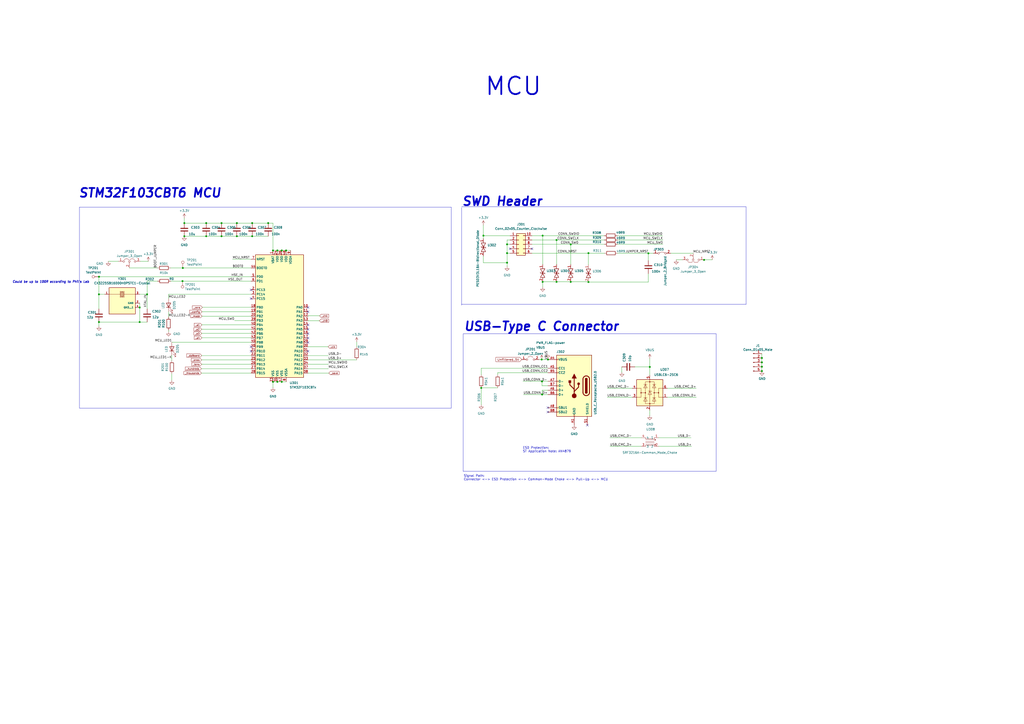
<source format=kicad_sch>
(kicad_sch (version 20230121) (generator eeschema)
  (paper "A2")
  (junction (at 85.3288 170.7278))
  (junction (at 158.3538 221.488))
  (junction (at 279.146 225.0186))
  (junction (at 57.4291 160.528))
  (junction (at 105.8712 163.068))
  (junction (at 314.7784 163.5044))
  (junction (at 314.7784 136.682))
  (junction (at 294.144 152.3932))
  (junction (at 57.3888 170.7278))
  (junction (at 322.8444 163.5044))
  (junction (at 314.214 208.534))
  (junction (at 341.3414 163.606))
  (junction (at 128.5088 129.413))
  (junction (at 163.4338 145.288))
  (junction (at 81.0226 178.3478))
  (junction (at 160.8938 145.288))
  (junction (at 376.1173 146.939))
  (junction (at 314.4909 228.854))
  (junction (at 331.0669 163.5044))
  (junction (at 317.8556 208.534))
  (junction (at 137.3988 137.033))
  (junction (at 294.144 146.8491))
  (junction (at 441.96 210.185))
  (junction (at 280.416 136.682))
  (junction (at 314.413 221.234))
  (junction (at 106.9188 129.413))
  (junction (at 158.3538 145.288))
  (junction (at 160.8938 221.488))
  (junction (at 106.05 155.448))
  (junction (at 57.3888 186.817))
  (junction (at 331.0669 141.762))
  (junction (at 146.2888 137.033))
  (junction (at 165.9738 145.288))
  (junction (at 128.5088 137.033))
  (junction (at 441.96 207.645))
  (junction (at 81.0226 186.817))
  (junction (at 163.4338 221.488))
  (junction (at 341.3414 146.842))
  (junction (at 441.96 215.265))
  (junction (at 106.9188 137.033))
  (junction (at 155.575 129.413))
  (junction (at 137.3988 129.413))
  (junction (at 322.8444 139.222))
  (junction (at 146.2888 129.413))
  (junction (at 119.6188 129.413))
  (junction (at 441.96 212.725))
  (junction (at 119.6188 137.033))
  (junction (at 294.144 141.7185))
  (junction (at 376.936 212.852))
  (junction (at 408.432 150.749))
  (no_connect (at 145.6538 173.228))
  (no_connect (at 178.6738 196.088))
  (no_connect (at 178.6738 180.848))
  (no_connect (at 145.6538 168.148))
  (no_connect (at 340.7156 246.634))
  (no_connect (at 317.8556 239.014))
  (no_connect (at 145.6538 201.168))
  (no_connect (at 308.5846 144.302))
  (no_connect (at 178.6738 178.308))
  (no_connect (at 178.6738 193.548))
  (no_connect (at 145.6538 203.708))
  (no_connect (at 178.6738 203.708))
  (no_connect (at 317.8556 236.474))
  (no_connect (at 178.6738 188.468))
  (no_connect (at 295.8846 144.302))
  (no_connect (at 178.6738 191.008))
  (no_connect (at 178.6738 198.628))
  (wire (pts (xy 116.84 213.868) (xy 145.6538 213.868)))
  (wire (pts (xy 57.3888 179.197) (xy 57.3888 170.7278)))
  (wire (pts (xy 352.2285 230.378) (xy 366.776 230.378)))
  (wire (pts (xy 387.096 225.298) (xy 403.8538 225.298)))
  (wire (pts (xy 353.8313 258.953) (xy 371.928 258.953)))
  (wire (pts (xy 392.2776 150.7236) (xy 395.732 150.7236)))
  (wire (pts (xy 158.3538 221.488) (xy 160.8938 221.488)))
  (wire (pts (xy 163.4338 145.288) (xy 165.9738 145.288)))
  (wire (pts (xy 91.2978 155.448) (xy 75.057 155.448)))
  (wire (pts (xy 190.4594 211.328) (xy 190.4594 211.2518)))
  (wire (pts (xy 441.96 210.185) (xy 441.96 212.725)))
  (wire (pts (xy 117.094 195.961) (xy 145.6538 195.961)))
  (wire (pts (xy 295.8846 141.7185) (xy 295.8846 141.762)))
  (polyline (pts (xy 415.3916 193.5988) (xy 268.6304 193.5988)))
  (wire (pts (xy 85.3288 170.7278) (xy 85.3288 179.197)))
  (wire (pts (xy 99.695 209.169) (xy 99.695 206.121)))
  (wire (pts (xy 98.9178 155.448) (xy 106.05 155.448)))
  (wire (pts (xy 294.144 146.8491) (xy 294.144 152.3932)))
  (wire (pts (xy 116.967 208.788) (xy 145.6538 208.788)))
  (wire (pts (xy 117.1885 183.388) (xy 145.6538 183.388)))
  (wire (pts (xy 105.8712 163.068) (xy 145.6538 163.068)))
  (wire (pts (xy 314.413 223.774) (xy 314.413 221.234)))
  (wire (pts (xy 178.6738 211.328) (xy 190.4594 211.328)))
  (polyline (pts (xy 261.7514 120.142) (xy 46.1054 120.142)))
  (wire (pts (xy 145.6538 198.501) (xy 145.6538 198.628)))
  (wire (pts (xy 376.1173 146.939) (xy 376.1173 151.1217)))
  (wire (pts (xy 178.6738 201.168) (xy 190.373 201.168)))
  (wire (pts (xy 441.96 207.645) (xy 441.96 210.185)))
  (wire (pts (xy 294.144 141.7185) (xy 294.144 146.8491)))
  (wire (pts (xy 395.732 150.7236) (xy 395.732 150.749)))
  (wire (pts (xy 99.695 220.599) (xy 99.695 216.789)))
  (wire (pts (xy 165.9738 145.288) (xy 168.5138 145.288)))
  (wire (pts (xy 308.5846 141.762) (xy 331.0669 141.762)))
  (wire (pts (xy 185.293 186.055) (xy 178.6738 186.055)))
  (wire (pts (xy 341.3414 163.5044) (xy 341.3414 163.606)))
  (wire (pts (xy 295.8846 139.222) (xy 294.144 139.222)))
  (wire (pts (xy 97.79 192.4403) (xy 97.79 191.516)))
  (wire (pts (xy 331.0669 141.762) (xy 350.5333 141.762)))
  (wire (pts (xy 57.3888 160.528) (xy 57.4291 160.528)))
  (wire (pts (xy 106.05 155.448) (xy 145.6538 155.448)))
  (wire (pts (xy 146.2888 137.033) (xy 155.575 137.033)))
  (wire (pts (xy 280.416 152.3932) (xy 294.144 152.3932)))
  (wire (pts (xy 85.3288 163.068) (xy 85.3288 170.7278)))
  (wire (pts (xy 376.936 212.852) (xy 376.936 217.678)))
  (polyline (pts (xy 261.7514 236.728) (xy 261.7514 120.142)))
  (wire (pts (xy 312.7772 208.534) (xy 314.214 208.534)))
  (wire (pts (xy 314.4909 226.314) (xy 314.4909 228.854)))
  (wire (pts (xy 85.3288 170.7278) (xy 81.0226 170.7278)))
  (wire (pts (xy 382.088 253.873) (xy 400.8814 253.873)))
  (wire (pts (xy 288.6836 217.3986) (xy 288.6836 216.154)))
  (wire (pts (xy 117.3928 178.308) (xy 145.6538 178.308)))
  (wire (pts (xy 146.2888 129.413) (xy 155.575 129.413)))
  (wire (pts (xy 331.0669 163.5044) (xy 341.3414 163.5044)))
  (wire (pts (xy 295.8846 146.8491) (xy 295.8846 146.842)))
  (wire (pts (xy 317.8556 223.774) (xy 314.413 223.774)))
  (polyline (pts (xy 432.7652 176.5808) (xy 267.7414 176.5808)))
  (wire (pts (xy 352.2079 225.298) (xy 366.776 225.298)))
  (wire (pts (xy 178.6738 206.248) (xy 190.4391 206.248)))
  (wire (pts (xy 376.936 237.998) (xy 376.936 241.046)))
  (wire (pts (xy 368.3 212.852) (xy 376.936 212.852)))
  (wire (pts (xy 178.6738 183.2269) (xy 178.6738 183.388)))
  (wire (pts (xy 158.3538 145.288) (xy 160.8938 145.288)))
  (wire (pts (xy 117.1795 180.848) (xy 145.6538 180.848)))
  (wire (pts (xy 279.146 217.3986) (xy 279.146 213.614)))
  (wire (pts (xy 408.432 150.749) (xy 408.432 150.7744)))
  (wire (pts (xy 178.6738 186.055) (xy 178.6738 185.928)))
  (wire (pts (xy 97.79 183.896) (xy 97.79 180.848)))
  (wire (pts (xy 378.968 146.939) (xy 376.1173 146.939)))
  (wire (pts (xy 116.967 206.248) (xy 145.6538 206.248)))
  (wire (pts (xy 163.4338 221.488) (xy 165.9738 221.488)))
  (wire (pts (xy 360.68 212.852) (xy 360.68 215.8444)))
  (wire (pts (xy 136.017 185.928) (xy 145.6538 185.928)))
  (wire (pts (xy 280.416 148.5438) (xy 280.416 152.3932)))
  (wire (pts (xy 106.9188 137.033) (xy 119.6188 137.033)))
  (wire (pts (xy 91.4125 163.068) (xy 85.3288 163.068)))
  (wire (pts (xy 303.5853 228.854) (xy 314.4909 228.854)))
  (wire (pts (xy 116.967 191.008) (xy 145.6538 191.008)))
  (wire (pts (xy 441.96 212.725) (xy 441.96 215.265)))
  (wire (pts (xy 413.2072 150.749) (xy 408.432 150.749)))
  (wire (pts (xy 382.088 258.953) (xy 401.193 258.953)))
  (wire (pts (xy 128.5088 137.033) (xy 137.3988 137.033)))
  (wire (pts (xy 160.8938 145.288) (xy 163.4338 145.288)))
  (wire (pts (xy 137.3988 129.413) (xy 146.2888 129.413)))
  (wire (pts (xy 97.79 170.688) (xy 97.79 173.228)))
  (wire (pts (xy 314.7784 136.682) (xy 350.4554 136.682)))
  (wire (pts (xy 341.3414 146.842) (xy 341.3414 153.5093)))
  (wire (pts (xy 57.3888 186.817) (xy 57.3888 189.1549)))
  (wire (pts (xy 134.8588 150.368) (xy 145.6538 150.368)))
  (wire (pts (xy 81.0226 186.817) (xy 85.3288 186.817)))
  (wire (pts (xy 331.0669 141.762) (xy 331.0669 153.3444)))
  (polyline (pts (xy 268.6304 273.3802) (xy 415.3916 273.3802)))
  (polyline (pts (xy 268.6304 193.8274) (xy 268.6304 273.3802)))
  (wire (pts (xy 119.6188 129.413) (xy 128.5088 129.413)))
  (wire (pts (xy 280.416 136.682) (xy 280.416 138.3838)))
  (wire (pts (xy 81.407 151.638) (xy 86.0552 151.638)))
  (wire (pts (xy 322.8444 163.5044) (xy 331.0669 163.5044)))
  (wire (pts (xy 178.6738 213.868) (xy 190.4594 213.868)))
  (wire (pts (xy 314.7784 136.682) (xy 314.7784 153.3444)))
  (wire (pts (xy 137.3988 137.033) (xy 146.2888 137.033)))
  (polyline (pts (xy 267.7414 177.068) (xy 267.7414 120.426)))
  (wire (pts (xy 322.8444 139.222) (xy 350.5333 139.222)))
  (wire (pts (xy 128.5088 129.413) (xy 137.3988 129.413)))
  (wire (pts (xy 353.7534 253.873) (xy 371.928 253.873)))
  (wire (pts (xy 294.144 146.8491) (xy 295.8846 146.8491)))
  (wire (pts (xy 119.6188 137.033) (xy 128.5088 137.033)))
  (wire (pts (xy 314.413 221.234) (xy 317.8556 221.234)))
  (wire (pts (xy 116.967 193.421) (xy 145.6538 193.421)))
  (wire (pts (xy 99.695 198.501) (xy 145.6538 198.501)))
  (wire (pts (xy 280.416 130.556) (xy 280.416 136.682)))
  (polyline (pts (xy 46.1054 236.728) (xy 261.7514 236.728)))
  (wire (pts (xy 279.146 213.614) (xy 317.8556 213.614)))
  (polyline (pts (xy 46.1054 120.142) (xy 46.1054 236.728)))
  (wire (pts (xy 206.883 198.3127) (xy 206.883 201.168)))
  (wire (pts (xy 57.4291 160.528) (xy 145.6538 160.528)))
  (wire (pts (xy 117.094 188.468) (xy 145.6538 188.468)))
  (wire (pts (xy 178.6738 216.408) (xy 190.754 216.408)))
  (wire (pts (xy 358.2312 146.842) (xy 376.1173 146.842)))
  (wire (pts (xy 322.8444 139.222) (xy 322.8444 153.3444)))
  (wire (pts (xy 294.144 152.3932) (xy 294.144 154.5552)))
  (wire (pts (xy 389.128 146.939) (xy 402.082 146.939)))
  (wire (pts (xy 279.146 225.0186) (xy 279.146 234.7994)))
  (wire (pts (xy 145.6538 195.961) (xy 145.6538 196.088)))
  (wire (pts (xy 294.144 141.7185) (xy 295.8846 141.7185)))
  (wire (pts (xy 106.9188 126.5176) (xy 106.9188 129.413)))
  (wire (pts (xy 308.5846 136.682) (xy 314.7784 136.682)))
  (wire (pts (xy 314.4909 228.854) (xy 317.8556 228.854)))
  (wire (pts (xy 116.967 211.328) (xy 145.6538 211.328)))
  (wire (pts (xy 81.0226 175.8078) (xy 81.0226 178.3478)))
  (wire (pts (xy 116.84 216.408) (xy 145.6538 216.408)))
  (wire (pts (xy 57.3888 170.7278) (xy 57.3888 160.528)))
  (wire (pts (xy 97.79 170.688) (xy 145.6538 170.688)))
  (wire (pts (xy 81.0226 178.3478) (xy 81.0226 186.817)))
  (wire (pts (xy 376.1173 146.842) (xy 376.1173 146.939)))
  (wire (pts (xy 57.3888 170.7278) (xy 60.7026 170.7278)))
  (wire (pts (xy 308.5846 146.842) (xy 341.3414 146.842)))
  (wire (pts (xy 358.1533 141.762) (xy 384.565 141.762)))
  (wire (pts (xy 106.9188 129.413) (xy 119.6188 129.413)))
  (wire (pts (xy 160.8938 221.488) (xy 163.4338 221.488)))
  (wire (pts (xy 57.3888 186.817) (xy 81.0226 186.817)))
  (wire (pts (xy 376.936 208.026) (xy 376.936 212.852)))
  (wire (pts (xy 99.0325 163.068) (xy 105.8712 163.068)))
  (wire (pts (xy 279.146 225.0186) (xy 288.6836 225.0186)))
  (wire (pts (xy 314.7784 163.5044) (xy 322.8444 163.5044)))
  (wire (pts (xy 341.3414 163.606) (xy 376.1173 163.606)))
  (wire (pts (xy 441.96 205.105) (xy 441.96 207.645)))
  (wire (pts (xy 57.3888 189.1549) (xy 57.4022 189.1549)))
  (wire (pts (xy 62.8396 151.638) (xy 68.707 151.638)))
  (wire (pts (xy 317.8556 226.314) (xy 314.4909 226.314)))
  (wire (pts (xy 341.3414 163.606) (xy 341.3414 163.6693)))
  (wire (pts (xy 158.3538 129.413) (xy 158.3538 145.288)))
  (wire (pts (xy 178.6738 208.788) (xy 206.883 208.788)))
  (wire (pts (xy 288.6836 216.154) (xy 317.8556 216.154)))
  (polyline (pts (xy 432.7652 119.9388) (xy 432.7652 176.5808)))
  (wire (pts (xy 155.575 129.413) (xy 158.3538 129.413)))
  (wire (pts (xy 308.5846 139.222) (xy 322.8444 139.222)))
  (wire (pts (xy 358.1533 139.222) (xy 384.5814 139.222)))
  (wire (pts (xy 360.68 215.8444) (xy 360.7627 215.8444)))
  (wire (pts (xy 185.4152 183.2269) (xy 178.6738 183.2269)))
  (wire (pts (xy 376.1173 163.606) (xy 376.1173 158.7417)))
  (wire (pts (xy 387.096 230.378) (xy 403.9156 230.378)))
  (wire (pts (xy 314.214 208.534) (xy 317.8556 208.534)))
  (wire (pts (xy 295.8846 136.682) (xy 280.416 136.682)))
  (wire (pts (xy 190.4594 213.868) (xy 190.4594 213.8426)))
  (wire (pts (xy 358.0754 136.682) (xy 384.3274 136.682)))
  (wire (pts (xy 303.3516 221.234) (xy 314.413 221.234)))
  (polyline (pts (xy 267.7414 119.9388) (xy 432.7652 119.9388)))
  (polyline (pts (xy 415.3916 273.3802) (xy 415.3916 193.5988)))
  (wire (pts (xy 341.3414 146.842) (xy 350.6112 146.842)))
  (wire (pts (xy 158.3538 221.488) (xy 158.3538 224.8235)))
  (wire (pts (xy 294.144 139.222) (xy 294.144 141.7185)))
  (wire (pts (xy 314.7784 163.5044) (xy 314.7784 166.5075)))
  (wire (pts (xy 145.6538 193.421) (xy 145.6538 193.548)))
  (text "SWD Header" (at 267.7414 119.918 0) (effects (font (size 5.08 5.08) (thickness 1.016) bold italic) (justify left bottom)))
  (text "Signal Path:\nConnector <-> ESD Protection <-> Common-Mode Choke <-> Pull-Up <-> MCU" (at 269.0114 278.9428 0) (effects (font (size 1.27 1.27)) (justify left bottom)))
  (text "USB-Type C Connector" (at 268.8082 192.4558 0) (effects (font (size 5.08 5.08) (thickness 1.016) bold italic) (justify left bottom)))
  (text "ESD Protection:\nST Application Note: AN4879" (at 303.276 262.6868 0) (effects (font (size 1.27 1.27)) (justify left bottom)))
  (text "Could be up to 100R according to Phil's Lab" (at 51.816 164.338 0) (effects (font (size 1.27 1.27) bold italic) (justify right bottom)))
  (text "STM32F103CBT6 MCU" (at 45.3238 115.062 0) (effects (font (size 5.08 5.08) (thickness 1.016) bold italic) (justify left bottom)))
  (text "MCU" (at 280.924 56.134 0) (effects (font (size 10.16 10.16) (thickness 1.016) bold) (justify left bottom)))
  (label "USB_CMC_D+" (at 403.8538 225.298 180))
  (label "MCU_SWCLK" (at 384.5814 139.222 180))
  (label "HSE_OUT" (at 140.713 163.068 180))
  (label "USB_CONN_CC2" (at 317.8556 216.154 180))
  (label "MCU_NRST" (at 134.8588 150.368 0))
  (label "USB_D+" (at 401.193 258.953 180))
  (label "USB_CONN_D+" (at 303.5853 228.854 0))
  (label "CONN_SWCLK" (at 335.9065 139.222 180))
  (label "MCU_SWO" (at 384.565 141.762 180))
  (label "HSE_IN" (at 140.9565 160.528 180))
  (label "MCU_SWDIO" (at 384.3274 136.682 180))
  (label "USB_CONN_D-" (at 303.3516 221.234 0))
  (label "USB_CONN_CC1" (at 317.8556 213.614 180))
  (label "USB_CONN_D+" (at 403.9156 230.378 180))
  (label "USB_CMC_D-" (at 352.2079 225.298 0))
  (label "MCU_LED1-K" (at 99.695 208.2209 180))
  (label "JUMPER_NRST" (at 376.1173 146.842 180))
  (label "MCU_LED2-K" (at 97.79 183.896 0))
  (label "USB_CONN_D-" (at 352.2285 230.378 0))
  (label "BOOT_JUMPER" (at 91.1055 155.448 90))
  (label "MCU_LED2" (at 97.79 173.101 0))
  (label "USB_D+" (at 190.3848 208.788 0))
  (label "CONN_SWDIO" (at 336.0075 136.682 180))
  (label "BOOT0" (at 134.8588 155.448 0))
  (label "MCU_NRST" (at 402.082 146.939 0))
  (label "XTAL_IN" (at 85.3288 170.8958 270))
  (label "CONN_NRST" (at 334.5938 146.842 180))
  (label "MCU_LED1" (at 99.695 198.501 180))
  (label "MCU_SWDIO" (at 190.4594 211.2518 0))
  (label "MCU_SWO" (at 136.017 185.928 180))
  (label "VBUS" (at 317.8556 208.534 90))
  (label "USB_D-" (at 400.8814 253.873 180))
  (label "CONN_SWO" (at 335.6036 141.762 180))
  (label "USB_CMC_D+" (at 353.8313 258.953 0))
  (label "USB_CMC_D-" (at 353.7534 253.873 0))
  (label "USB_D-" (at 190.4391 206.248 0))
  (label "MCU_SWCLK" (at 190.4594 213.8426 0))
  (global_label "_chA" (shape input) (at 185.4152 183.2269 0) (effects (font (size 0.9906 0.9906))) (property "Intersheetrefs" "${INTERSHEET_REFS}" (effects hide)))
  (global_label "_ones" (shape input) (at 116.967 208.788 180) (effects (font (size 0.9906 0.9906))) (property "Intersheetrefs" "${INTERSHEET_REFS}" (effects hide)))
  (global_label "_a1" (shape input) (at 117.094 188.468 180) (effects (font (size 0.9906 0.9906))) (property "Intersheetrefs" "${INTERSHEET_REFS}" (effects hide)))
  (global_label "_a2" (shape input) (at 116.967 191.008 180) (effects (font (size 0.9906 0.9906))) (property "Intersheetrefs" "${INTERSHEET_REFS}" (effects hide)))
  (global_label "Unfiltered_5V" (shape input) (at 302.6172 208.534 180) (property "Intersheetrefs" "${INTERSHEET_REFS}" (effects hide)))
  (global_label "_zero" (shape input) (at 117.3928 178.308 180) (effects (font (size 0.9906 0.9906))) (property "Intersheetrefs" "${INTERSHEET_REFS}" (effects hide)))
  (global_label "_dpBoard" (shape input) (at 116.967 206.248 180) (effects (font (size 0.9906 0.9906))) (property "Intersheetrefs" "${INTERSHEET_REFS}" (effects hide)))
  (global_label "_hundreds" (shape input) (at 116.84 213.868 180) (effects (font (size 0.9906 0.9906))) (property "Intersheetrefs" "${INTERSHEET_REFS}" (effects hide)))
  (global_label "_thousands" (shape input) (at 116.84 216.408 180) (effects (font (size 0.9906 0.9906))) (property "Intersheetrefs" "${INTERSHEET_REFS}" (effects hide)))
  (global_label "_clk" (shape input) (at 190.373 201.168 0) (effects (font (size 0.9906 0.9906))) (property "Intersheetrefs" "${INTERSHEET_REFS}" (effects hide)))
  (global_label "_tens" (shape input) (at 116.967 211.328 180) (effects (font (size 0.9906 0.9906))) (property "Intersheetrefs" "${INTERSHEET_REFS}" (effects hide)))
  (global_label "_save" (shape input) (at 190.754 216.408 0) (effects (font (size 0.9906 0.9906))) (property "Intersheetrefs" "${INTERSHEET_REFS}" (effects hide)))
  (global_label "_a3" (shape input) (at 116.967 193.421 180) (effects (font (size 0.9906 0.9906))) (property "Intersheetrefs" "${INTERSHEET_REFS}" (effects hide)))
  (global_label "_config" (shape input) (at 117.1795 180.848 180) (effects (font (size 0.9906 0.9906))) (property "Intersheetrefs" "${INTERSHEET_REFS}" (effects hide)))
  (global_label "_mode" (shape input) (at 117.1885 183.388 180) (effects (font (size 0.9906 0.9906))) (property "Intersheetrefs" "${INTERSHEET_REFS}" (effects hide)))
  (global_label "_chB" (shape input) (at 185.293 186.055 0) (effects (font (size 0.9906 0.9906))) (property "Intersheetrefs" "${INTERSHEET_REFS}" (effects hide)))
  (global_label "_a4" (shape input) (at 117.094 195.961 180) (effects (font (size 0.9906 0.9906))) (property "Intersheetrefs" "${INTERSHEET_REFS}" (effects hide)))
  (symbol (lib_id "Power_Protection:USBLC6-2SC6") (at 376.936 227.838 0) (mirror y) (unit 1)
    (property "Reference" "U307" (at 388.112 214.376 0) (effects (justify left)))
    (property "Value" "USBLC6-2SC6" (at 393.446 217.3732 0) (effects (justify left)))
    (property "Footprint" "Package_TO_SOT_SMD:SOT-23-6" (effects hide))
    (property "Datasheet" "https://www.st.com/resource/en/datasheet/usblc6-2.pdf" (effects hide))
    (property "Digi-Key_PN" "497-5235-1-ND" (effects hide))
    (property "Manufacturer_PN" "USBLC6-2SC6" (effects hide))
    (instances (project "menelaos-rev-4" (path "" (reference "U307") (unit 1))) (project "OpenCelluloid" (path "" (reference "U306") (unit 1))))
  )
  (symbol (lib_id "power:GND") (at 294.144 154.5552 0) (unit 1)
    (property "Reference" "#PWR0312" (effects hide))
    (property "Value" "GND" (at 294.144 159.6352 0))
    (instances (project "menelaos-rev-4" (path "" (reference "#PWR0312") (unit 1))) (project "OpenCelluloid" (path "" (reference "#PWR0303") (unit 1))))
  )
  (symbol (lib_id "privateParts:PESD3V3L1BA-Bidirectional_Diode") (at 322.8444 158.4244 270) (unit 1)
    (property "Reference" "U304" (at 325.1558 157.1543 90) (effects (justify left)))
    (property "Value" "PESD3V3L1BA-Bidirectional_Diode" (effects hide))
    (property "Footprint" "Diode_SMD:D_SOD-323" (effects hide))
    (property "Datasheet" "https://assets.nexperia.com/documents/data-sheet/PESDXL1BA_SER.pdf" (effects hide))
    (property "Manufacturer_PN" "PESD3V3L1BA,115" (effects hide))
    (property "Digi-Key_PN" "1727-3825-1-ND" (effects hide))
    (instances (project "menelaos-rev-4" (path "" (reference "U304") (unit 1))) (project "OpenCelluloid" (path "" (reference "U303") (unit 1))))
  )
  (symbol (lib_id "power:GND") (at 97.79 192.4403 0) (unit 1)
    (property "Reference" "#PWR0204" (effects hide))
    (property "Value" "GND" (at 100.457 193.7103 0) (effects (justify left)))
    (instances (project "menelaos-rev-4" (path "" (reference "#PWR0204") (unit 1)) (path "" (reference "#PWR0225") (unit 1)) (path "" (reference "#PWR0309") (unit 1))) (project "JL" (path "" (reference "#PWR0204") (unit 1))))
  )
  (symbol (lib_id "power:+3.3V") (at 413.2072 150.749 0) (unit 1)
    (property "Reference" "#PWR025" (effects hide))
    (property "Value" "+3.3V" (at 413.2072 146.431 0))
    (instances (project "menelaos-rev-4" (path "" (reference "#PWR025") (unit 1)) (path "" (reference "#PWR0320") (unit 1))))
  )
  (symbol (lib_id "power:GND") (at 62.8396 151.638 0) (mirror y) (unit 1)
    (property "Reference" "#PWR0302" (effects hide))
    (property "Value" "GND" (at 59.8932 152.908 0) (effects (justify left)))
    (instances (project "menelaos-rev-4" (path "" (reference "#PWR0302") (unit 1))) (project "OpenCelluloid" (path "" (reference "#PWR0310") (unit 1))))
  )
  (symbol (lib_id "Device:R") (at 95.2225 163.068 270) (unit 1)
    (property "Reference" "R302" (at 86.8528 161.925 90))
    (property "Value" "R0" (at 99.5528 161.798 90))
    (property "Footprint" "Resistor_SMD:R_1206_3216Metric_Pad1.30x1.75mm_HandSolder" (effects hide))
    (property "Digi-Key_PN" "RMCF1206ZT0R00CT-ND" (effects hide))
    (property "Manufacturer_PN" "RMCF1206ZT0R00" (effects hide))
    (instances (project "menelaos-rev-4" (path "" (reference "R302") (unit 1))) (project "OpenCelluloid" (path "" (reference "R309") (unit 1))))
  )
  (symbol (lib_id "privateParts:PESD3V3L1BA-Bidirectional_Diode") (at 314.7784 158.4244 270) (unit 1)
    (property "Reference" "U303" (at 317.0898 157.1543 90) (effects (justify left)))
    (property "Value" "PESD3V3L1BA-Bidirectional_Diode" (effects hide))
    (property "Footprint" "Diode_SMD:D_SOD-323" (effects hide))
    (property "Datasheet" "https://assets.nexperia.com/documents/data-sheet/PESDXL1BA_SER.pdf" (effects hide))
    (property "Manufacturer_PN" "PESD3V3L1BA,115" (effects hide))
    (property "Digi-Key_PN" "1727-3825-1-ND" (effects hide))
    (instances (project "menelaos-rev-4" (path "" (reference "U303") (unit 1))) (project "OpenCelluloid" (path "" (reference "U302") (unit 1))))
  )
  (symbol (lib_id "power:+3.3V") (at 106.9188 126.5176 0) (unit 1)
    (property "Reference" "#PWR025" (effects hide))
    (property "Value" "+3.3V" (at 106.9188 122.1996 0))
    (instances (project "menelaos-rev-4" (path "" (reference "#PWR025") (unit 1)) (path "" (reference "#PWR0305") (unit 1))))
  )
  (symbol (lib_id "Connector:USB_C_Receptacle_USB2.0") (at 333.0956 223.774 0) (mirror y) (unit 1)
    (property "Reference" "J302" (at 322.7578 204.0382 0) (effects (justify right)))
    (property "Value" "USB_C_Receptacle_USB2.0" (at 345.2876 215.1126 90) (effects (justify right)))
    (property "Footprint" "Connector_USB:USB_C_Receptacle_Molex_105450-0101" (effects hide))
    (property "Datasheet" "https://www.usb.org/sites/default/files/documents/usb_type-c.zip" (effects hide))
    (property "Digi-Key_PN" "WM12856TR-ND" (effects hide))
    (property "Manufacturer_PN" "2137160001" (effects hide))
  )
  (symbol (lib_id "power:GND") (at 441.96 215.265 0) (unit 1)
    (property "Reference" "#PWR0321" (effects hide))
    (property "Value" "GND" (at 442.087 219.6592 0))
    (instances (project "menelaos-rev-4" (path "" (reference "#PWR0321") (unit 1))) (project "menelaos-v2" (path "" (reference "#PWR014") (unit 1))))
  )
  (symbol (lib_id "power:GND") (at 106.9188 137.033 0) (unit 1)
    (property "Reference" "#PWR0306" (effects hide))
    (property "Value" "GND" (at 106.9188 142.113 0))
    (instances (project "menelaos-rev-4" (path "" (reference "#PWR0306") (unit 1))) (project "OpenCelluloid" (path "" (reference "#PWR0313") (unit 1))))
  )
  (symbol (lib_id "privateParts:PESD3V3L1BA-Bidirectional_Diode") (at 280.416 143.4638 270) (unit 1)
    (property "Reference" "U302" (at 282.7274 142.1937 90) (effects (justify left)))
    (property "Value" "PESD3V3L1BA-Bidirectional_Diode" (at 277.1394 133.38 0) (effects (justify left)))
    (property "Footprint" "Diode_SMD:D_SOD-323" (effects hide))
    (property "Datasheet" "https://assets.nexperia.com/documents/data-sheet/PESDXL1BA_SER.pdf" (effects hide))
    (property "Manufacturer_PN" "PESD3V3L1BA,115" (effects hide))
    (property "Digi-Key_PN" "1727-3825-1-ND" (effects hide))
    (instances (project "menelaos-rev-4" (path "" (reference "U302") (unit 1))) (project "OpenCelluloid" (path "" (reference "U301") (unit 1))))
  )
  (symbol (lib_id "Device:C") (at 106.9188 133.223 0) (unit 1)
    (property "Reference" "C303" (at 110.7288 131.9529 0) (effects (justify left)))
    (property "Value" "10u" (at 109.4588 135.763 0) (effects (justify left)))
    (property "Footprint" "Capacitor_SMD:C_1206_3216Metric_Pad1.33x1.80mm_HandSolder" (effects hide))
    (property "Digi-Key_PN" "1276-1079-1-ND" (effects hide))
    (instances (project "menelaos-rev-4" (path "" (reference "C303") (unit 1))) (project "OpenCelluloid" (path "" (reference "C305") (unit 1))))
  )
  (symbol (lib_id "Device:R") (at 99.695 212.979 0) (unit 1)
    (property "Reference" "R201" (at 94.4372 212.979 90))
    (property "Value" "R100" (at 96.7486 212.979 90))
    (property "Footprint" "Resistor_SMD:R_1206_3216Metric" (effects hide))
    (property "Digi-Key_PN" "RMCF1206ZT0R00CT-ND" (effects hide))
    (property "Manufacturer_PN" "RMCF1206ZT0R00" (effects hide))
    (instances (project "menelaos-rev-4" (path "" (reference "R201") (unit 1)) (path "" (reference "R207") (unit 1)) (path "" (reference "R303") (unit 1))) (project "JL" (path "" (reference "R201") (unit 1))))
  )
  (symbol (lib_id "Device:C") (at 128.5088 133.223 0) (unit 1)
    (property "Reference" "C305" (at 131.6838 131.9529 0) (effects (justify left)))
    (property "Value" "100n" (at 130.4138 135.763 0) (effects (justify left)))
    (property "Footprint" "Capacitor_SMD:C_0805_2012Metric_Pad1.18x1.45mm_HandSolder" (effects hide))
    (property "Digi-Key_PN" "1276-1017-1-ND" (effects hide))
    (instances (project "menelaos-rev-4" (path "" (reference "C305") (unit 1))) (project "OpenCelluloid" (path "" (reference "C307") (unit 1))))
  )
  (symbol (lib_id "Device:R") (at 279.146 221.2086 180) (unit 1)
    (property "Reference" "R306" (at 277.9014 230.4796 90))
    (property "Value" "R5k1" (at 281.9654 221.234 90))
    (property "Footprint" "Resistor_SMD:R_1206_3216Metric_Pad1.30x1.75mm_HandSolder" (effects hide))
    (property "Digi-Key_PN" "311-5.1KERCT-ND" (effects hide))
    (property "Manufacturer_PN" "RC1206JR-075K1L" (effects hide))
    (instances (project "menelaos-rev-4" (path "" (reference "R306") (unit 1))) (project "OpenCelluloid" (path "" (reference "R301") (unit 1))))
  )
  (symbol (lib_id "Device:R") (at 206.883 204.978 180) (unit 1)
    (property "Reference" "R304" (at 209.8775 201.3458 0))
    (property "Value" "R1k5" (at 211.0459 205.5622 0))
    (property "Footprint" "Resistor_SMD:R_1206_3216Metric_Pad1.30x1.75mm_HandSolder" (effects hide))
    (property "Digi-Key_PN" "311-1.5KERCT-ND" (effects hide))
    (property "Manufacturer_PN" "RC1206JR-071K5L" (effects hide))
    (instances (project "menelaos-rev-4" (path "" (reference "R304") (unit 1))) (project "OpenCelluloid" (path "" (reference "R312") (unit 1))))
  )
  (symbol (lib_id "Device:R") (at 354.3433 139.222 90) (unit 1)
    (property "Reference" "R309" (at 346.2528 137.8504 90))
    (property "Value" "49R9" (at 360.0467 138.1248 90))
    (property "Footprint" "Resistor_SMD:R_1206_3216Metric_Pad1.30x1.75mm_HandSolder" (effects hide))
    (property "Digi-Key_PN" "P49.9KBCCT-ND" (effects hide))
    (property "Manufacturer_PN" "ERA-8AEB4992V" (effects hide))
    (instances (project "menelaos-rev-4" (path "" (reference "R309") (unit 1))) (project "OpenCelluloid" (path "" (reference "R304") (unit 1))))
  )
  (symbol (lib_id "Device:LED") (at 97.79 177.038 90) (unit 1)
    (property "Reference" "D205" (at 101.092 177.038 0))
    (property "Value" "LED" (at 94.615 177.2158 0))
    (property "Footprint" "LED_SMD:LED_1206_3216Metric_Pad1.42x1.75mm_HandSolder" (effects hide))
    (property "Manufacturer_PN" "LTST-C150KSKT" (effects hide))
    (property "Digi-Key_PN" "160-1406-1-ND" (effects hide))
    (instances (project "menelaos-rev-4" (path "" (reference "D205") (unit 1)) (path "" (reference "D205") (unit 1)) (path "" (reference "D302") (unit 1))) (project "JL" (path "" (reference "D205") (unit 1))))
  )
  (symbol (lib_id "MCU_ST_STM32F1:STM32F103CBTx") (at 163.4338 183.388 0) (unit 1)
    (property "Reference" "U301" (at 167.9932 222.123 0) (effects (justify left)))
    (property "Value" "STM32F103CBTx" (at 167.9932 224.663 0) (effects (justify left)))
    (property "Footprint" "Package_QFP:LQFP-48_7x7mm_P0.5mm" (effects hide))
    (property "Datasheet" "http://www.st.com/st-web-ui/static/active/en/resource/technical/document/datasheet/CD00161566.pdf" (effects hide))
    (property "Digi-Key_PN" "497-17380-1-ND" (effects hide))
    (property "Manufacturer_PN" "STM32F103CBT6TR" (effects hide))
    (instances (project "menelaos-rev-4" (path "" (reference "U301") (unit 1))) (project "OpenCelluloid" (path "" (reference "U308") (unit 1))))
  )
  (symbol (lib_id "Connector:TestPoint") (at 106.05 155.448 0) (unit 1)
    (property "Reference" "TP201" (at 108.2344 150.876 0) (effects (justify left)))
    (property "Value" "TestPoint" (at 108.2344 153.416 0) (effects (justify left)))
    (property "Footprint" "TestPoint:TestPoint_THTPad_1.0x1.0mm_Drill0.5mm" (effects hide))
    (instances (project "menelaos-rev-4" (path "" (reference "TP201") (unit 1)) (path "" (reference "TP303") (unit 1))))
  )
  (symbol (lib_id "privateParts:PESD3V3L1BA-Bidirectional_Diode") (at 341.3414 158.5893 270) (unit 1)
    (property "Reference" "U306" (at 343.6528 157.3192 90) (effects (justify left)))
    (property "Value" "PESD3V3L1BA-Bidirectional_Diode" (effects hide))
    (property "Footprint" "Diode_SMD:D_SOD-323" (effects hide))
    (property "Datasheet" "https://assets.nexperia.com/documents/data-sheet/PESDXL1BA_SER.pdf" (effects hide))
    (property "Manufacturer_PN" "PESD3V3L1BA,115" (effects hide))
    (property "Digi-Key_PN" "1727-3825-1-ND" (effects hide))
    (instances (project "menelaos-rev-4" (path "" (reference "U306") (unit 1))) (project "OpenCelluloid" (path "" (reference "U305") (unit 1))))
  )
  (symbol (lib_id "Device:R") (at 288.6836 221.2086 180) (unit 1)
    (property "Reference" "R307" (at 287.439 230.4796 90))
    (property "Value" "R5k1" (at 291.503 221.234 90))
    (property "Footprint" "Resistor_SMD:R_1206_3216Metric_Pad1.30x1.75mm_HandSolder" (effects hide))
    (property "Digi-Key_PN" "311-5.1KERCT-ND" (effects hide))
    (property "Manufacturer_PN" "RC1206JR-075K1L" (effects hide))
    (instances (project "menelaos-rev-4" (path "" (reference "R307") (unit 1))) (project "OpenCelluloid" (path "" (reference "R302") (unit 1))))
  )
  (symbol (lib_id "privateParts:SRF3216A-Common_Mode_Choke") (at 377.008 256.413 0) (mirror y) (unit 1)
    (property "Reference" "U308" (at 377.389 248.9962 0))
    (property "Value" "SRF3216A-Common_Mode_Choke" (at 376.9826 262.5344 0))
    (property "Footprint" "privateParts:Bourns_SRF3216A" (effects hide))
    (property "Digi-Key_PN" "SRF3216A-222YCT-ND" (effects hide))
    (property "Manufacturer_PN" "SRF3216A-222Y" (effects hide))
    (instances (project "menelaos-rev-4" (path "" (reference "U308") (unit 1))) (project "OpenCelluloid" (path "" (reference "U307") (unit 1))))
  )
  (symbol (lib_id "Device:R") (at 354.3433 141.762 90) (unit 1)
    (property "Reference" "R310" (at 346.329 140.3396 90))
    (property "Value" "49R9" (at 360.0467 140.6648 90))
    (property "Footprint" "Resistor_SMD:R_1206_3216Metric_Pad1.30x1.75mm_HandSolder" (effects hide))
    (property "Digi-Key_PN" "P49.9KBCCT-ND" (effects hide))
    (property "Manufacturer_PN" "ERA-8AEB4992V" (effects hide))
    (instances (project "menelaos-rev-4" (path "" (reference "R310") (unit 1))) (project "OpenCelluloid" (path "" (reference "R305") (unit 1))))
  )
  (symbol (lib_id "power:GND") (at 279.146 234.7994 0) (unit 1)
    (property "Reference" "#PWR0310" (effects hide))
    (property "Value" "GND" (at 279.146 239.8794 0))
    (instances (project "menelaos-rev-4" (path "" (reference "#PWR0310") (unit 1))) (project "OpenCelluloid" (path "" (reference "#PWR0301") (unit 1))))
  )
  (symbol (lib_id "power:VBUS") (at 314.214 208.534 0) (unit 1)
    (property "Reference" "#PWR0313" (effects hide))
    (property "Value" "VBUS" (at 313.5884 201.5744 0))
    (instances (project "menelaos-rev-4" (path "" (reference "#PWR0313") (unit 1))) (project "OpenCelluloid" (path "" (reference "#PWR0308") (unit 1))))
  )
  (symbol (lib_id "Connector:TestPoint") (at 105.8712 163.068 180) (unit 1)
    (property "Reference" "TP201" (at 107.2936 165.1 0) (effects (justify right)))
    (property "Value" "TestPoint" (at 107.2936 167.64 0) (effects (justify right)))
    (property "Footprint" "TestPoint:TestPoint_THTPad_1.0x1.0mm_Drill0.5mm" (effects hide))
    (instances (project "menelaos-rev-4" (path "" (reference "TP201") (unit 1)) (path "" (reference "TP302") (unit 1))))
  )
  (symbol (lib_id "power:GND") (at 158.3538 224.8235 0) (unit 1)
    (property "Reference" "#PWR0307" (effects hide))
    (property "Value" "GND" (at 158.3538 229.9035 0))
    (instances (project "menelaos-rev-4" (path "" (reference "#PWR0307") (unit 1))) (project "OpenCelluloid" (path "" (reference "#PWR0314") (unit 1))))
  )
  (symbol (lib_id "power:GND") (at 99.695 220.599 0) (unit 1)
    (property "Reference" "#PWR0204" (effects hide))
    (property "Value" "GND" (at 99.695 225.3742 0))
    (instances (project "menelaos-rev-4" (path "" (reference "#PWR0204") (unit 1)) (path "" (reference "#PWR0225") (unit 1)) (path "" (reference "#PWR0304") (unit 1))) (project "JL" (path "" (reference "#PWR0204") (unit 1))))
  )
  (symbol (lib_id "Connector:TestPoint") (at 57.4291 160.528 90) (unit 1)
    (property "Reference" "TP201" (at 54.1271 155.448 90))
    (property "Value" "TestPoint" (at 54.1271 157.988 90))
    (property "Footprint" "TestPoint:TestPoint_THTPad_1.0x1.0mm_Drill0.5mm" (effects hide))
    (instances (project "menelaos-rev-4" (path "" (reference "TP201") (unit 1)) (path "" (reference "TP301") (unit 1))))
  )
  (symbol (lib_id "Device:C") (at 137.3988 133.223 0) (unit 1)
    (property "Reference" "C306" (at 140.5738 131.9529 0) (effects (justify left)))
    (property "Value" "100n" (at 138.6688 135.763 0) (effects (justify left)))
    (property "Footprint" "Capacitor_SMD:C_0805_2012Metric_Pad1.18x1.45mm_HandSolder" (effects hide))
    (property "Digi-Key_PN" "1276-1017-1-ND" (effects hide))
    (instances (project "menelaos-rev-4" (path "" (reference "C306") (unit 1))) (project "OpenCelluloid" (path "" (reference "C308") (unit 1))))
  )
  (symbol (lib_id "menelaos-v2-rescue:Conn_01x05_Male-Connector") (at 436.88 210.185 0) (unit 1)
    (property "Reference" "J1" (at 439.6232 200.5076 0))
    (property "Value" "Conn_01x05_Male" (at 439.6232 202.819 0))
    (property "Footprint" "Connector_PinHeader_2.54mm:PinHeader_1x05_P2.54mm_Vertical" (effects hide))
    (instances (project "menelaos-rev-4" (path "" (reference "J1") (unit 1)) (path "" (reference "J303") (unit 1))) (project "menelaos-v2" (path "" (reference "J1") (unit 1))))
  )
  (symbol (lib_id "menelaos-v2-rescue:PWR_FLAG-power") (at 317.8556 208.534 0) (unit 1)
    (property "Reference" "#FLG0301" (effects hide))
    (property "Value" "PWR_FLAG-power" (at 319.3796 198.882 0))
  )
  (symbol (lib_id "power:+3.3V") (at 86.0552 151.638 0) (unit 1)
    (property "Reference" "#PWR025" (effects hide))
    (property "Value" "+3.3V" (at 86.0552 147.32 0))
    (instances (project "menelaos-rev-4" (path "" (reference "#PWR025") (unit 1)) (path "" (reference "#PWR0303") (unit 1))))
  )
  (symbol (lib_id "power:GND") (at 376.936 241.046 0) (unit 1)
    (property "Reference" "#PWR0318" (effects hide))
    (property "Value" "GND" (at 376.936 246.126 0))
    (instances (project "menelaos-rev-4" (path "" (reference "#PWR0318") (unit 1))) (project "OpenCelluloid" (path "" (reference "#PWR0309") (unit 1))))
  )
  (symbol (lib_id "Jumper:Jumper_3_Open") (at 75.057 151.638 0) (unit 1)
    (property "Reference" "JP301" (at 75.057 145.8976 0))
    (property "Value" "Jumper_3_Open" (at 75.057 148.4376 0))
    (property "Footprint" "Connector_PinHeader_2.54mm:PinHeader_1x03_P2.54mm_Vertical" (effects hide))
  )
  (symbol (lib_id "Device:C") (at 155.575 133.223 0) (unit 1)
    (property "Reference" "C308" (at 158.75 131.9529 0) (effects (justify left)))
    (property "Value" "100n" (at 157.48 135.763 0) (effects (justify left)))
    (property "Footprint" "Capacitor_SMD:C_0805_2012Metric_Pad1.18x1.45mm_HandSolder" (effects hide))
    (property "Digi-Key_PN" "1276-1017-1-ND" (effects hide))
    (instances (project "menelaos-rev-4" (path "" (reference "C308") (unit 1))) (project "OpenCelluloid" (path "" (reference "C310") (unit 1))))
  )
  (symbol (lib_id "power:GND") (at 314.7784 166.5075 0) (unit 1)
    (property "Reference" "#PWR0314" (effects hide))
    (property "Value" "GND" (at 314.7784 171.5875 0))
    (instances (project "menelaos-rev-4" (path "" (reference "#PWR0314") (unit 1))) (project "OpenCelluloid" (path "" (reference "#PWR0305") (unit 1))))
  )
  (symbol (lib_id "Device:C") (at 146.2888 133.223 0) (unit 1)
    (property "Reference" "C307" (at 149.4638 131.9529 0) (effects (justify left)))
    (property "Value" "100n" (at 148.1938 135.763 0) (effects (justify left)))
    (property "Footprint" "Capacitor_SMD:C_0805_2012Metric_Pad1.18x1.45mm_HandSolder" (effects hide))
    (property "Digi-Key_PN" "1276-1017-1-ND" (effects hide))
    (instances (project "menelaos-rev-4" (path "" (reference "C307") (unit 1))) (project "OpenCelluloid" (path "" (reference "C309") (unit 1))))
  )
  (symbol (lib_id "Device:R") (at 354.2654 136.682 90) (unit 1)
    (property "Reference" "R308" (at 346.1628 135.031 90))
    (property "Value" "49R9" (at 359.955 134.9548 90))
    (property "Footprint" "Resistor_SMD:R_1206_3216Metric_Pad1.30x1.75mm_HandSolder" (effects hide))
    (property "Digi-Key_PN" "P49.9KBCCT-ND" (effects hide))
    (property "Manufacturer_PN" "ERA-8AEB4992V" (effects hide))
    (instances (project "menelaos-rev-4" (path "" (reference "R308") (unit 1))) (project "OpenCelluloid" (path "" (reference "R303") (unit 1))))
  )
  (symbol (lib_id "power:GND") (at 333.0956 246.634 0) (unit 1)
    (property "Reference" "#PWR0315" (effects hide))
    (property "Value" "GND" (at 333.0956 251.714 0))
    (instances (project "menelaos-rev-4" (path "" (reference "#PWR0315") (unit 1))) (project "OpenCelluloid" (path "" (reference "#PWR0306") (unit 1))))
  )
  (symbol (lib_id "power:GND") (at 392.2776 150.7236 0) (unit 1)
    (property "Reference" "#PWR0319" (effects hide))
    (property "Value" "GND" (at 392.2776 155.8036 0))
    (instances (project "menelaos-rev-4" (path "" (reference "#PWR0319") (unit 1))) (project "OpenCelluloid" (path "" (reference "#PWR0305") (unit 1))))
  )
  (symbol (lib_id "Jumper:Jumper_3_Open") (at 402.082 150.749 180) (unit 1)
    (property "Reference" "JP304" (at 402.082 154.94 0))
    (property "Value" "Jumper_3_Open" (at 402.082 157.48 0))
    (property "Footprint" "Connector_PinHeader_2.54mm:PinHeader_1x03_P2.54mm_Vertical" (effects hide))
  )
  (symbol (lib_id "Device:R") (at 95.1078 155.448 90) (unit 1)
    (property "Reference" "R301" (at 94.996 153.035 90))
    (property "Value" "R10k" (at 95.0824 158.2674 90))
    (property "Footprint" "Resistor_SMD:R_1206_3216Metric_Pad1.30x1.75mm_HandSolder" (effects hide))
    (property "Digi-Key_PN" "TNP10.0KACCT-ND" (effects hide))
    (property "Manufacturer_PN" "TNPW120610K0BEEA" (effects hide))
    (instances (project "menelaos-rev-4" (path "" (reference "R301") (unit 1))) (project "OpenCelluloid" (path "" (reference "R308") (unit 1))))
  )
  (symbol (lib_id "Jumper:Jumper_2_Bridged") (at 384.048 146.939 0) (unit 1)
    (property "Reference" "JP303" (at 382.016 144.653 0))
    (property "Value" "Jumper_2_Bridged" (at 385.826 157.226 90))
    (property "Footprint" "Connector_PinHeader_2.54mm:PinHeader_1x02_P2.54mm_Vertical" (effects hide))
  )
  (symbol (lib_id "Device:LED") (at 99.695 202.311 90) (unit 1)
    (property "Reference" "D205" (at 102.997 202.311 0))
    (property "Value" "LED" (at 96.52 202.4888 0))
    (property "Footprint" "LED_SMD:LED_1206_3216Metric_Pad1.42x1.75mm_HandSolder" (effects hide))
    (property "Manufacturer_PN" "LTST-C150KSKT" (effects hide))
    (property "Digi-Key_PN" "160-1406-1-ND" (effects hide))
    (instances (project "menelaos-rev-4" (path "" (reference "D205") (unit 1)) (path "" (reference "D205") (unit 1)) (path "" (reference "D301") (unit 1))) (project "JL" (path "" (reference "D205") (unit 1))))
  )
  (symbol (lib_id "power:GND") (at 360.7627 215.8444 0) (unit 1)
    (property "Reference" "#PWR0316" (effects hide))
    (property "Value" "GND" (at 360.7627 220.9244 0))
    (instances (project "menelaos-rev-4" (path "" (reference "#PWR0316") (unit 1))) (project "OpenCelluloid" (path "" (reference "#PWR0307") (unit 1))))
  )
  (symbol (lib_id "Device:C") (at 364.49 212.852 90) (unit 1)
    (property "Reference" "C309" (at 362.1024 209.9564 0) (effects (justify left)))
    (property "Value" "10p" (at 365.4044 209.8548 0) (effects (justify left)))
    (property "Footprint" "Capacitor_SMD:C_1206_3216Metric_Pad1.33x1.80mm_HandSolder" (effects hide))
    (property "Digi-Key_PN" "738-CML1206C0G100JT50VCT-ND" (effects hide))
    (property "Manufacturer_PN" "CML1206C0G100JT50V" (effects hide))
    (instances (project "menelaos-rev-4" (path "" (reference "C309") (unit 1))) (project "OpenCelluloid" (path "" (reference "C301") (unit 1))))
  )
  (symbol (lib_id "Jumper:Jumper_2_Open") (at 307.6972 208.534 0) (unit 1)
    (property "Reference" "JP201" (at 307.6972 202.565 0))
    (property "Value" "Jumper_2_Open" (at 307.6972 205.105 0))
    (property "Footprint" "Connector_PinHeader_2.54mm:PinHeader_1x02_P2.54mm_Vertical" (effects hide))
    (instances (project "menelaos-rev-4" (path "" (reference "JP201") (unit 1)) (path "" (reference "JP302") (unit 1))))
  )
  (symbol (lib_id "power:+3.3V") (at 280.416 130.556 0) (unit 1)
    (property "Reference" "#PWR025" (effects hide))
    (property "Value" "+3.3V" (at 280.416 126.238 0))
    (instances (project "menelaos-rev-4" (path "" (reference "#PWR025") (unit 1)) (path "" (reference "#PWR0311") (unit 1))))
  )
  (symbol (lib_id "Connector_Generic:Conn_02x05_Counter_Clockwise") (at 300.9646 141.762 0) (unit 1)
    (property "Reference" "J301" (at 302.2346 130.1034 0))
    (property "Value" "Conn_02x05_Counter_Clockwise" (at 302.2346 132.6434 0))
    (property "Footprint" "Connector_PinHeader_2.54mm:PinHeader_2x05_P2.54mm_Vertical" (effects hide))
  )
  (symbol (lib_id "Device:R") (at 97.79 187.706 0) (unit 1)
    (property "Reference" "R201" (at 92.5322 187.706 90))
    (property "Value" "R100" (at 94.8436 187.706 90))
    (property "Footprint" "Resistor_SMD:R_1206_3216Metric" (effects hide))
    (property "Digi-Key_PN" "RMCF1206ZT0R00CT-ND" (effects hide))
    (property "Manufacturer_PN" "RMCF1206ZT0R00" (effects hide))
    (instances (project "menelaos-rev-4" (path "" (reference "R201") (unit 1)) (path "" (reference "R207") (unit 1)) (path "" (reference "R305") (unit 1))) (project "JL" (path "" (reference "R201") (unit 1))))
  )
  (symbol (lib_id "Device:R") (at 354.4212 146.842 90) (unit 1)
    (property "Reference" "R311" (at 346.4814 145.4196 90))
    (property "Value" "49R9" (at 360.1246 145.7448 90))
    (property "Footprint" "Resistor_SMD:R_1206_3216Metric_Pad1.30x1.75mm_HandSolder" (effects hide))
    (property "Digi-Key_PN" "P49.9KBCCT-ND" (effects hide))
    (property "Manufacturer_PN" "ERA-8AEB4992V" (effects hide))
    (instances (project "menelaos-rev-4" (path "" (reference "R311") (unit 1))) (project "OpenCelluloid" (path "" (reference "R306") (unit 1))))
  )
  (symbol (lib_id "Device:C") (at 57.3888 183.007 0) (unit 1)
    (property "Reference" "C301" (at 50.9372 181.229 0) (effects (justify left)))
    (property "Value" "12p" (at 50.3784 184.023 0) (effects (justify left)))
    (property "Footprint" "Capacitor_SMD:C_1206_3216Metric_Pad1.33x1.80mm_HandSolder" (effects hide))
    (property "Digi-Key_PN" "738-CML1206C0G100JT50VCT-ND" (effects hide))
    (property "Manufacturer_PN" "CML1206C0G100JT50V" (effects hide))
    (instances (project "menelaos-rev-4" (path "" (reference "C301") (unit 1))) (project "OpenCelluloid" (path "" (reference "C303") (unit 1))))
  )
  (symbol (lib_id "power:GND") (at 57.4022 189.1549 0) (unit 1)
    (property "Reference" "#PWR0301" (effects hide))
    (property "Value" "GND" (at 57.4022 194.2349 0))
    (instances (project "menelaos-rev-4" (path "" (reference "#PWR0301") (unit 1))) (project "OpenCelluloid" (path "" (reference "#PWR0311") (unit 1))))
  )
  (symbol (lib_id "Device:C") (at 119.6188 133.223 0) (unit 1)
    (property "Reference" "C304" (at 122.7938 131.9529 0) (effects (justify left)))
    (property "Value" "100n" (at 120.8888 135.763 0) (effects (justify left)))
    (property "Footprint" "Capacitor_SMD:C_0805_2012Metric_Pad1.18x1.45mm_HandSolder" (effects hide))
    (property "Digi-Key_PN" "1276-1017-1-ND" (effects hide))
    (instances (project "menelaos-rev-4" (path "" (reference "C304") (unit 1))) (project "OpenCelluloid" (path "" (reference "C306") (unit 1))))
  )
  (symbol (lib_id "power:+3.3V") (at 206.883 198.3127 0) (unit 1)
    (property "Reference" "#PWR025" (effects hide))
    (property "Value" "+3.3V" (at 206.883 193.9947 0))
    (instances (project "menelaos-rev-4" (path "" (reference "#PWR025") (unit 1)) (path "" (reference "#PWR0308") (unit 1))))
  )
  (symbol (lib_id "Device:C") (at 85.3288 183.007 0) (unit 1)
    (property "Reference" "C302" (at 88.2244 180.6194 0) (effects (justify left)))
    (property "Value" "12p" (at 88.326 183.9214 0) (effects (justify left)))
    (property "Footprint" "Capacitor_SMD:C_1206_3216Metric_Pad1.33x1.80mm_HandSolder" (effects hide))
    (property "Digi-Key_PN" "738-CML1206C0G100JT50VCT-ND" (effects hide))
    (property "Manufacturer_PN" "CML1206C0G100JT50V" (effects hide))
    (instances (project "menelaos-rev-4" (path "" (reference "C302") (unit 1))) (project "OpenCelluloid" (path "" (reference "C304") (unit 1))))
  )
  (symbol (lib_id "power:VBUS") (at 376.936 208.026 0) (unit 1)
    (property "Reference" "#PWR0317" (effects hide))
    (property "Value" "VBUS" (at 376.936 203.0476 0))
    (instances (project "menelaos-rev-4" (path "" (reference "#PWR0317") (unit 1))) (project "OpenCelluloid" (path "" (reference "#PWR0308") (unit 1))))
  )
  (symbol (lib_id "privateParts:PESD3V3L1BA-Bidirectional_Diode") (at 331.0669 158.4244 270) (unit 1)
    (property "Reference" "U305" (at 333.3783 157.1543 90) (effects (justify left)))
    (property "Value" "PESD3V3L1BA-Bidirectional_Diode" (effects hide))
    (property "Footprint" "Diode_SMD:D_SOD-323" (effects hide))
    (property "Datasheet" "https://assets.nexperia.com/documents/data-sheet/PESDXL1BA_SER.pdf" (effects hide))
    (property "Manufacturer_PN" "PESD3V3L1BA,115" (effects hide))
    (property "Digi-Key_PN" "1727-3825-1-ND" (effects hide))
    (instances (project "menelaos-rev-4" (path "" (reference "U305") (unit 1))) (project "OpenCelluloid" (path "" (reference "U304") (unit 1))))
  )
  (symbol (lib_id "Private Parts:CX3225SB16000H0PSTC1-Crystal") (at 70.8626 173.2678 0) (unit 1)
    (property "Reference" "Y301" (at 70.8626 161.7108 0))
    (property "Value" "CX3225SB16000H0PSTC1-Crystal" (at 70.8626 164.2508 0))
    (property "Footprint" "privateParts:OSCCC320X250X60N" (effects hide))
    (property "MF" "Kyocera International" (effects hide))
    (property "DESCRIPTION" "Crystal 16.0000mhz 12pf Smd" (effects hide))
    (property "PACKAGE" "SMD-4 AVX / Kyocera" (effects hide))
    (property "PRICE" "None" (effects hide))
    (property "STANDARD" "IPC-7351B" (effects hide))
    (property "PARTREV" "N/A" (effects hide))
    (property "MP" "CX3225SB25000D0FPLCC" (effects hide))
    (property "AVAILABILITY" "Unavailable" (effects hide))
  )
  (symbol (lib_id "Device:C") (at 376.1173 154.9317 0) (unit 1)
    (property "Reference" "C310" (at 379.2923 153.6616 0) (effects (justify left)))
    (property "Value" "100n" (at 378.0223 157.4717 0) (effects (justify left)))
    (property "Footprint" "Capacitor_SMD:C_1206_3216Metric_Pad1.33x1.80mm_HandSolder" (effects hide))
    (property "Digi-Key_PN" "1276-1017-1-ND" (effects hide))
    (instances (project "menelaos-rev-4" (path "" (reference "C310") (unit 1))) (project "OpenCelluloid" (path "" (reference "C302") (unit 1))))
  )
)
</source>
